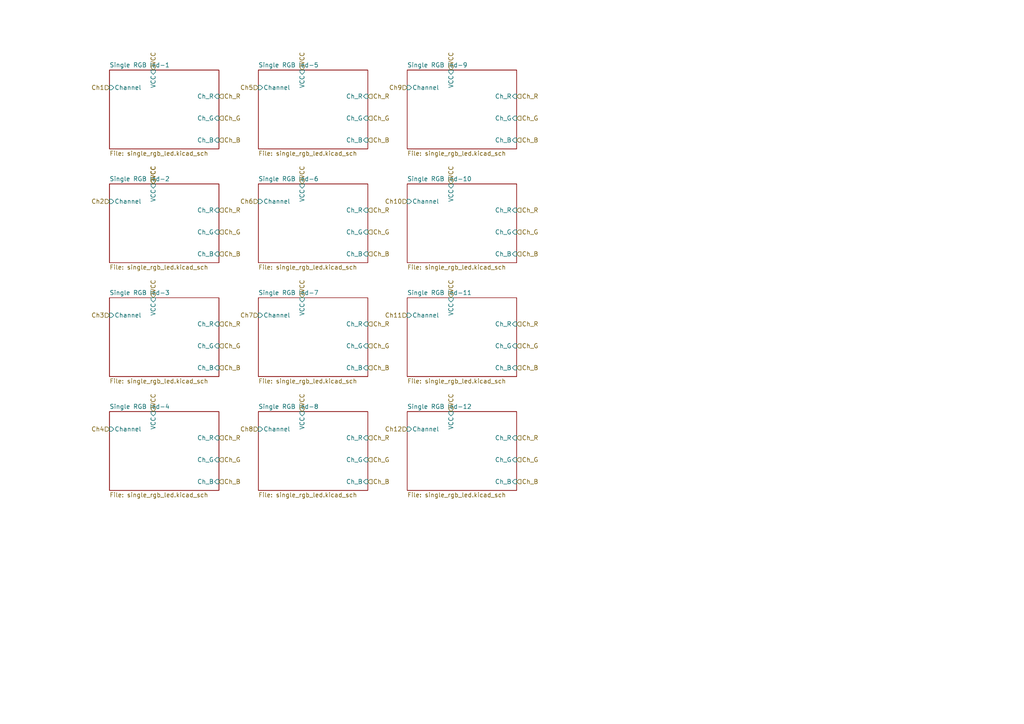
<source format=kicad_sch>
(kicad_sch (version 20230121) (generator eeschema)
  (paper "A4")
  (lib_symbols)
  (hierarchical_label "Ch_R" (shape input) (at 63.5 27.94 0))
  (hierarchical_label "Ch7" (shape input) (at 74.93 91.44 180))
  (hierarchical_label "VCC" (shape input) (at 130.81 86.36 90))
  (hierarchical_label "Ch_B" (shape input) (at 63.5 106.68 0))
  (hierarchical_label "Ch9" (shape input) (at 118.11 25.4 180))
  (hierarchical_label "Ch10" (shape input) (at 118.11 58.42 180))
  (hierarchical_label "Ch_G" (shape input) (at 63.5 133.35 0))
  (hierarchical_label "Ch_G" (shape input) (at 63.5 34.29 0))
  (hierarchical_label "Ch_G" (shape input) (at 106.68 67.31 0))
  (hierarchical_label "Ch_R" (shape input) (at 106.68 60.96 0))
  (hierarchical_label "Ch_B" (shape input) (at 106.68 40.64 0))
  (hierarchical_label "VCC" (shape input) (at 130.81 53.34 90))
  (hierarchical_label "Ch_B" (shape input) (at 63.5 139.7 0))
  (hierarchical_label "VCC" (shape input) (at 130.81 119.38 90))
  (hierarchical_label "VCC" (shape input) (at 44.45 20.32 90))
  (hierarchical_label "Ch_G" (shape input) (at 63.5 100.33 0))
  (hierarchical_label "VCC" (shape input) (at 44.45 53.34 90))
  (hierarchical_label "Ch2" (shape input) (at 31.75 58.42 180))
  (hierarchical_label "Ch_R" (shape input) (at 149.86 127 0))
  (hierarchical_label "Ch5" (shape input) (at 74.93 25.4 180))
  (hierarchical_label "Ch_B" (shape input) (at 149.86 73.66 0))
  (hierarchical_label "Ch_R" (shape input) (at 149.86 60.96 0))
  (hierarchical_label "Ch_G" (shape input) (at 106.68 100.33 0))
  (hierarchical_label "VCC" (shape input) (at 130.81 20.32 90))
  (hierarchical_label "Ch3" (shape input) (at 31.75 91.44 180))
  (hierarchical_label "Ch_G" (shape input) (at 63.5 67.31 0))
  (hierarchical_label "Ch_R" (shape input) (at 106.68 127 0))
  (hierarchical_label "Ch4" (shape input) (at 31.75 124.46 180))
  (hierarchical_label "Ch_G" (shape input) (at 106.68 34.29 0))
  (hierarchical_label "Ch_G" (shape input) (at 149.86 133.35 0))
  (hierarchical_label "VCC" (shape input) (at 87.63 119.38 90))
  (hierarchical_label "Ch6" (shape input) (at 74.93 58.42 180))
  (hierarchical_label "VCC" (shape input) (at 87.63 53.34 90))
  (hierarchical_label "Ch_G" (shape input) (at 149.86 100.33 0))
  (hierarchical_label "Ch_B" (shape input) (at 63.5 40.64 0))
  (hierarchical_label "Ch8" (shape input) (at 74.93 124.46 180))
  (hierarchical_label "Ch12" (shape input) (at 118.11 124.46 180))
  (hierarchical_label "Ch_B" (shape input) (at 106.68 139.7 0))
  (hierarchical_label "Ch_R" (shape input) (at 149.86 27.94 0))
  (hierarchical_label "Ch_B" (shape input) (at 106.68 106.68 0))
  (hierarchical_label "Ch_B" (shape input) (at 63.5 73.66 0))
  (hierarchical_label "Ch_R" (shape input) (at 63.5 60.96 0))
  (hierarchical_label "Ch_R" (shape input) (at 63.5 127 0))
  (hierarchical_label "Ch1" (shape input) (at 31.75 25.4 180))
  (hierarchical_label "Ch_R" (shape input) (at 106.68 27.94 0))
  (hierarchical_label "Ch_G" (shape input) (at 149.86 34.29 0))
  (hierarchical_label "Ch_R" (shape input) (at 63.5 93.98 0))
  (hierarchical_label "VCC" (shape input) (at 44.45 86.36 90))
  (hierarchical_label "VCC" (shape input) (at 44.45 119.38 90))
  (hierarchical_label "VCC" (shape input) (at 87.63 20.32 90))
  (hierarchical_label "Ch_G" (shape input) (at 106.68 133.35 0))
  (hierarchical_label "VCC" (shape input) (at 87.63 86.36 90))
  (hierarchical_label "Ch_B" (shape input) (at 149.86 139.7 0))
  (hierarchical_label "VCC" (shape input) (at 44.45 53.34 90))
  (hierarchical_label "Ch_B" (shape input) (at 149.86 40.64 0))
  (hierarchical_label "Ch_G" (shape input) (at 149.86 67.31 0))
  (hierarchical_label "Ch_B" (shape input) (at 106.68 73.66 0))
  (hierarchical_label "Ch_R" (shape input) (at 106.68 93.98 0))
  (hierarchical_label "Ch_B" (shape input) (at 149.86 106.68 0))
  (hierarchical_label "Ch_R" (shape input) (at 149.86 93.98 0))
  (hierarchical_label "Ch11" (shape input) (at 118.11 91.44 180))
  (sheet (at 118.11 86.36) (size 31.75 22.86) (stroke (width 0.1524))
    (property "Sheetname" "Single RGB led-11" (at 118.11 85.6484 0) (effects (justify left bottom)))
    (property "Sheetfile" "single_rgb_led.kicad_sch" (at 118.11 109.8046 0) (effects (justify left top)))
    (pin "Ch_R" input (at 149.86 93.98 0))
    (pin "Ch_G" input (at 149.86 100.33 0))
    (pin "Ch_B" input (at 149.86 106.68 0))
    (pin "VCC" input (at 130.81 86.36 90))
    (pin "Channel" input (at 118.11 91.44 180))
  )
  (sheet (at 118.11 53.34) (size 31.75 22.86) (stroke (width 0.1524))
    (property "Sheetname" "Single RGB led-10" (at 118.11 52.6284 0) (effects (justify left bottom)))
    (property "Sheetfile" "single_rgb_led.kicad_sch" (at 118.11 76.7846 0) (effects (justify left top)))
    (pin "Ch_R" input (at 149.86 60.96 0))
    (pin "Ch_G" input (at 149.86 67.31 0))
    (pin "Ch_B" input (at 149.86 73.66 0))
    (pin "VCC" input (at 130.81 53.34 90))
    (pin "Channel" input (at 118.11 58.42 180))
  )
  (sheet (at 74.93 20.32) (size 31.75 22.86) (stroke (width 0.1524))
    (property "Sheetname" "Single RGB led-5" (at 74.93 19.6084 0) (effects (justify left bottom)))
    (property "Sheetfile" "single_rgb_led.kicad_sch" (at 74.93 43.7646 0) (effects (justify left top)))
    (pin "Ch_R" input (at 106.68 27.94 0))
    (pin "Ch_G" input (at 106.68 34.29 0))
    (pin "Ch_B" input (at 106.68 40.64 0))
    (pin "VCC" input (at 87.63 20.32 90))
    (pin "Channel" input (at 74.93 25.4 180))
  )
  (sheet (at 31.75 119.38) (size 31.75 22.86) (stroke (width 0.1524))
    (property "Sheetname" "Single RGB led-4" (at 31.75 118.6684 0) (effects (justify left bottom)))
    (property "Sheetfile" "single_rgb_led.kicad_sch" (at 31.75 142.8246 0) (effects (justify left top)))
    (pin "Ch_R" input (at 63.5 127 0))
    (pin "Ch_G" input (at 63.5 133.35 0))
    (pin "Ch_B" input (at 63.5 139.7 0))
    (pin "VCC" input (at 44.45 119.38 90))
    (pin "Channel" input (at 31.75 124.46 180))
  )
  (sheet (at 31.75 86.36) (size 31.75 22.86) (stroke (width 0.1524))
    (property "Sheetname" "Single RGB led-3" (at 31.75 85.6484 0) (effects (justify left bottom)))
    (property "Sheetfile" "single_rgb_led.kicad_sch" (at 31.75 109.8046 0) (effects (justify left top)))
    (pin "Ch_R" input (at 63.5 93.98 0))
    (pin "Ch_G" input (at 63.5 100.33 0))
    (pin "Ch_B" input (at 63.5 106.68 0))
    (pin "VCC" input (at 44.45 86.36 90))
    (pin "Channel" input (at 31.75 91.44 180))
  )
  (sheet (at 31.75 20.32) (size 31.75 22.86) (stroke (width 0.1524))
    (property "Sheetname" "Single RGB led-1" (at 31.75 19.6084 0) (effects (justify left bottom)))
    (property "Sheetfile" "single_rgb_led.kicad_sch" (at 31.75 43.7646 0) (effects (justify left top)))
    (pin "Ch_R" input (at 63.5 27.94 0))
    (pin "Ch_G" input (at 63.5 34.29 0))
    (pin "Ch_B" input (at 63.5 40.64 0))
    (pin "VCC" input (at 44.45 20.32 90))
    (pin "Channel" input (at 31.75 25.4 180))
  )
  (sheet (at 118.11 119.38) (size 31.75 22.86) (stroke (width 0.1524))
    (property "Sheetname" "Single RGB led-12" (at 118.11 118.6684 0) (effects (justify left bottom)))
    (property "Sheetfile" "single_rgb_led.kicad_sch" (at 118.11 142.8246 0) (effects (justify left top)))
    (pin "Ch_R" input (at 149.86 127 0))
    (pin "Ch_G" input (at 149.86 133.35 0))
    (pin "Ch_B" input (at 149.86 139.7 0))
    (pin "VCC" input (at 130.81 119.38 90))
    (pin "Channel" input (at 118.11 124.46 180))
  )
  (sheet (at 74.93 53.34) (size 31.75 22.86) (stroke (width 0.1524))
    (property "Sheetname" "Single RGB led-6" (at 74.93 52.6284 0) (effects (justify left bottom)))
    (property "Sheetfile" "single_rgb_led.kicad_sch" (at 74.93 76.7846 0) (effects (justify left top)))
    (pin "Ch_R" input (at 106.68 60.96 0))
    (pin "Ch_G" input (at 106.68 67.31 0))
    (pin "Ch_B" input (at 106.68 73.66 0))
    (pin "VCC" input (at 87.63 53.34 90))
    (pin "Channel" input (at 74.93 58.42 180))
  )
  (sheet (at 31.75 53.34) (size 31.75 22.86) (stroke (width 0.1524))
    (property "Sheetname" "Single RGB led-2" (at 31.75 52.6284 0) (effects (justify left bottom)))
    (property "Sheetfile" "single_rgb_led.kicad_sch" (at 31.75 76.7846 0) (effects (justify left top)))
    (pin "Ch_R" input (at 63.5 60.96 0))
    (pin "Ch_G" input (at 63.5 67.31 0))
    (pin "Ch_B" input (at 63.5 73.66 0))
    (pin "VCC" input (at 44.45 53.34 90))
    (pin "Channel" input (at 31.75 58.42 180))
  )
  (sheet (at 74.93 119.38) (size 31.75 22.86) (stroke (width 0.1524))
    (property "Sheetname" "Single RGB led-8" (at 74.93 118.6684 0) (effects (justify left bottom)))
    (property "Sheetfile" "single_rgb_led.kicad_sch" (at 74.93 142.8246 0) (effects (justify left top)))
    (pin "Ch_R" input (at 106.68 127 0))
    (pin "Ch_G" input (at 106.68 133.35 0))
    (pin "Ch_B" input (at 106.68 139.7 0))
    (pin "VCC" input (at 87.63 119.38 90))
    (pin "Channel" input (at 74.93 124.46 180))
  )
  (sheet (at 74.93 86.36) (size 31.75 22.86) (stroke (width 0.1524))
    (property "Sheetname" "Single RGB led-7" (at 74.93 85.6484 0) (effects (justify left bottom)))
    (property "Sheetfile" "single_rgb_led.kicad_sch" (at 74.93 109.8046 0) (effects (justify left top)))
    (pin "Ch_R" input (at 106.68 93.98 0))
    (pin "Ch_G" input (at 106.68 100.33 0))
    (pin "Ch_B" input (at 106.68 106.68 0))
    (pin "VCC" input (at 87.63 86.36 90))
    (pin "Channel" input (at 74.93 91.44 180))
  )
  (sheet (at 118.11 20.32) (size 31.75 22.86) (stroke (width 0.1524))
    (property "Sheetname" "Single RGB led-9" (at 118.11 19.6084 0) (effects (justify left bottom)))
    (property "Sheetfile" "single_rgb_led.kicad_sch" (at 118.11 43.7646 0) (effects (justify left top)))
    (pin "Ch_R" input (at 149.86 27.94 0))
    (pin "Ch_G" input (at 149.86 34.29 0))
    (pin "Ch_B" input (at 149.86 40.64 0))
    (pin "VCC" input (at 130.81 20.32 90))
    (pin "Channel" input (at 118.11 25.4 180))
  )
)
</source>
